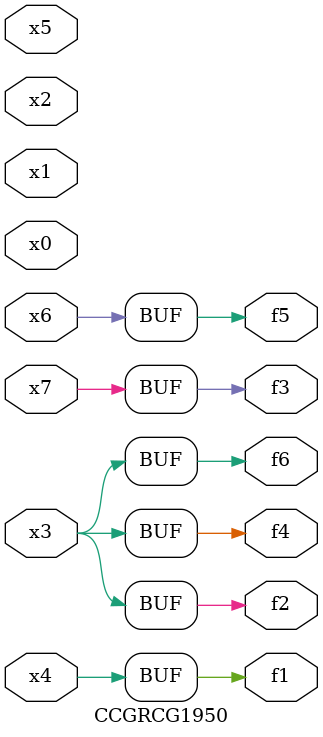
<source format=v>
module CCGRCG1950(
	input x0, x1, x2, x3, x4, x5, x6, x7,
	output f1, f2, f3, f4, f5, f6
);
	assign f1 = x4;
	assign f2 = x3;
	assign f3 = x7;
	assign f4 = x3;
	assign f5 = x6;
	assign f6 = x3;
endmodule

</source>
